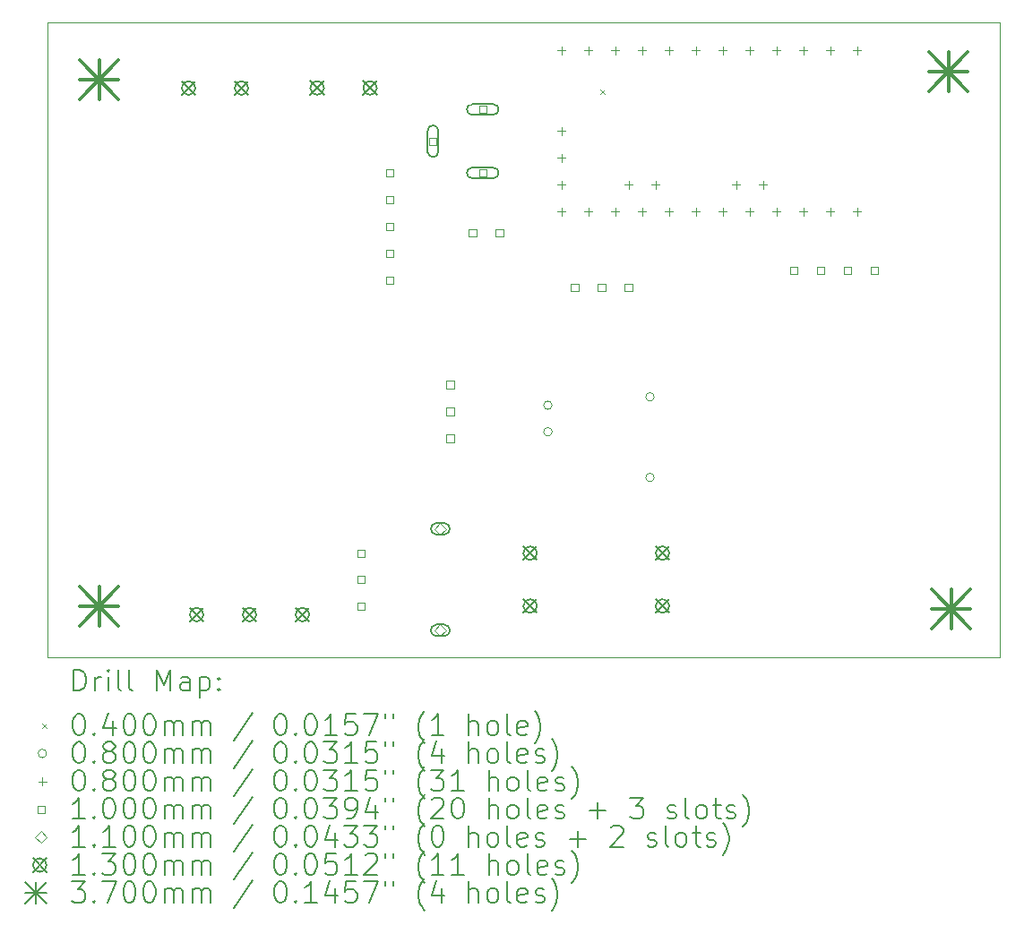
<source format=gbr>
%TF.GenerationSoftware,KiCad,Pcbnew,6.0.11-2627ca5db0~126~ubuntu20.04.1*%
%TF.CreationDate,2023-11-27T13:14:47+01:00*%
%TF.ProjectId,ironReflow,69726f6e-5265-4666-9c6f-772e6b696361,1.0*%
%TF.SameCoordinates,Original*%
%TF.FileFunction,Drillmap*%
%TF.FilePolarity,Positive*%
%FSLAX45Y45*%
G04 Gerber Fmt 4.5, Leading zero omitted, Abs format (unit mm)*
G04 Created by KiCad (PCBNEW 6.0.11-2627ca5db0~126~ubuntu20.04.1) date 2023-11-27 13:14:47*
%MOMM*%
%LPD*%
G01*
G04 APERTURE LIST*
%ADD10C,0.100000*%
%ADD11C,0.200000*%
%ADD12C,0.040000*%
%ADD13C,0.080000*%
%ADD14C,0.080010*%
%ADD15C,0.110000*%
%ADD16C,0.130000*%
%ADD17C,0.370000*%
G04 APERTURE END LIST*
D10*
X10000000Y-10000000D02*
X19000000Y-10000000D01*
X19000000Y-10000000D02*
X19000000Y-16000000D01*
X19000000Y-16000000D02*
X10000000Y-16000000D01*
X10000000Y-16000000D02*
X10000000Y-10000000D01*
D11*
D12*
X15226710Y-10632530D02*
X15266710Y-10672530D01*
X15266710Y-10632530D02*
X15226710Y-10672530D01*
D13*
X14772000Y-13616400D02*
G75*
G03*
X14772000Y-13616400I-40000J0D01*
G01*
X14772000Y-13866400D02*
G75*
G03*
X14772000Y-13866400I-40000J0D01*
G01*
X15737200Y-13538200D02*
G75*
G03*
X15737200Y-13538200I-40000J0D01*
G01*
X15737200Y-14300200D02*
G75*
G03*
X15737200Y-14300200I-40000J0D01*
G01*
D14*
X14859000Y-10221595D02*
X14859000Y-10301605D01*
X14818995Y-10261600D02*
X14899005Y-10261600D01*
X14859000Y-10983595D02*
X14859000Y-11063605D01*
X14818995Y-11023600D02*
X14899005Y-11023600D01*
X14859000Y-11237595D02*
X14859000Y-11317605D01*
X14818995Y-11277600D02*
X14899005Y-11277600D01*
X14859000Y-11491595D02*
X14859000Y-11571605D01*
X14818995Y-11531600D02*
X14899005Y-11531600D01*
X14859000Y-11745595D02*
X14859000Y-11825605D01*
X14818995Y-11785600D02*
X14899005Y-11785600D01*
X15113000Y-10221595D02*
X15113000Y-10301605D01*
X15072995Y-10261600D02*
X15153005Y-10261600D01*
X15113000Y-11745595D02*
X15113000Y-11825605D01*
X15072995Y-11785600D02*
X15153005Y-11785600D01*
X15367000Y-10221595D02*
X15367000Y-10301605D01*
X15326995Y-10261600D02*
X15407005Y-10261600D01*
X15367000Y-11745595D02*
X15367000Y-11825605D01*
X15326995Y-11785600D02*
X15407005Y-11785600D01*
X15494000Y-11491595D02*
X15494000Y-11571605D01*
X15453995Y-11531600D02*
X15534005Y-11531600D01*
X15621000Y-10221595D02*
X15621000Y-10301605D01*
X15580995Y-10261600D02*
X15661005Y-10261600D01*
X15621000Y-11745595D02*
X15621000Y-11825605D01*
X15580995Y-11785600D02*
X15661005Y-11785600D01*
X15748000Y-11491595D02*
X15748000Y-11571605D01*
X15707995Y-11531600D02*
X15788005Y-11531600D01*
X15875000Y-10221595D02*
X15875000Y-10301605D01*
X15834995Y-10261600D02*
X15915005Y-10261600D01*
X15875000Y-11745595D02*
X15875000Y-11825605D01*
X15834995Y-11785600D02*
X15915005Y-11785600D01*
X16129000Y-10221595D02*
X16129000Y-10301605D01*
X16088995Y-10261600D02*
X16169005Y-10261600D01*
X16129000Y-11745595D02*
X16129000Y-11825605D01*
X16088995Y-11785600D02*
X16169005Y-11785600D01*
X16383000Y-10221595D02*
X16383000Y-10301605D01*
X16342995Y-10261600D02*
X16423005Y-10261600D01*
X16383000Y-11745595D02*
X16383000Y-11825605D01*
X16342995Y-11785600D02*
X16423005Y-11785600D01*
X16510000Y-11491595D02*
X16510000Y-11571605D01*
X16469995Y-11531600D02*
X16550005Y-11531600D01*
X16637000Y-10221595D02*
X16637000Y-10301605D01*
X16596995Y-10261600D02*
X16677005Y-10261600D01*
X16637000Y-11745595D02*
X16637000Y-11825605D01*
X16596995Y-11785600D02*
X16677005Y-11785600D01*
X16764000Y-11491595D02*
X16764000Y-11571605D01*
X16723995Y-11531600D02*
X16804005Y-11531600D01*
X16891000Y-10221595D02*
X16891000Y-10301605D01*
X16850995Y-10261600D02*
X16931005Y-10261600D01*
X16891000Y-11745595D02*
X16891000Y-11825605D01*
X16850995Y-11785600D02*
X16931005Y-11785600D01*
X17145000Y-10221595D02*
X17145000Y-10301605D01*
X17104995Y-10261600D02*
X17185005Y-10261600D01*
X17145000Y-11745595D02*
X17145000Y-11825605D01*
X17104995Y-11785600D02*
X17185005Y-11785600D01*
X17399000Y-10221595D02*
X17399000Y-10301605D01*
X17358995Y-10261600D02*
X17439005Y-10261600D01*
X17399000Y-11745595D02*
X17399000Y-11825605D01*
X17358995Y-11785600D02*
X17439005Y-11785600D01*
X17653000Y-10221595D02*
X17653000Y-10301605D01*
X17612995Y-10261600D02*
X17693005Y-10261600D01*
X17653000Y-11745595D02*
X17653000Y-11825605D01*
X17612995Y-11785600D02*
X17693005Y-11785600D01*
D10*
X13001056Y-15050756D02*
X13001056Y-14980044D01*
X12930344Y-14980044D01*
X12930344Y-15050756D01*
X13001056Y-15050756D01*
X13001056Y-15300756D02*
X13001056Y-15230044D01*
X12930344Y-15230044D01*
X12930344Y-15300756D01*
X13001056Y-15300756D01*
X13001056Y-15550756D02*
X13001056Y-15480044D01*
X12930344Y-15480044D01*
X12930344Y-15550756D01*
X13001056Y-15550756D01*
X13270756Y-11452256D02*
X13270756Y-11381544D01*
X13200044Y-11381544D01*
X13200044Y-11452256D01*
X13270756Y-11452256D01*
X13270756Y-11706256D02*
X13270756Y-11635544D01*
X13200044Y-11635544D01*
X13200044Y-11706256D01*
X13270756Y-11706256D01*
X13270756Y-11960256D02*
X13270756Y-11889544D01*
X13200044Y-11889544D01*
X13200044Y-11960256D01*
X13270756Y-11960256D01*
X13270756Y-12214256D02*
X13270756Y-12143544D01*
X13200044Y-12143544D01*
X13200044Y-12214256D01*
X13270756Y-12214256D01*
X13270756Y-12468256D02*
X13270756Y-12397544D01*
X13200044Y-12397544D01*
X13200044Y-12468256D01*
X13270756Y-12468256D01*
X13681906Y-11155756D02*
X13681906Y-11085044D01*
X13611194Y-11085044D01*
X13611194Y-11155756D01*
X13681906Y-11155756D01*
D11*
X13596550Y-11020400D02*
X13596550Y-11220400D01*
X13696550Y-11020400D02*
X13696550Y-11220400D01*
X13596550Y-11220400D02*
G75*
G03*
X13696550Y-11220400I50000J0D01*
G01*
X13696550Y-11020400D02*
G75*
G03*
X13596550Y-11020400I-50000J0D01*
G01*
D10*
X13845556Y-13457556D02*
X13845556Y-13386844D01*
X13774844Y-13386844D01*
X13774844Y-13457556D01*
X13845556Y-13457556D01*
X13845556Y-13711556D02*
X13845556Y-13640844D01*
X13774844Y-13640844D01*
X13774844Y-13711556D01*
X13845556Y-13711556D01*
X13845556Y-13965556D02*
X13845556Y-13894844D01*
X13774844Y-13894844D01*
X13774844Y-13965556D01*
X13845556Y-13965556D01*
X14056656Y-12024156D02*
X14056656Y-11953444D01*
X13985944Y-11953444D01*
X13985944Y-12024156D01*
X14056656Y-12024156D01*
X14151906Y-10855756D02*
X14151906Y-10785044D01*
X14081194Y-10785044D01*
X14081194Y-10855756D01*
X14151906Y-10855756D01*
D11*
X14216550Y-10770400D02*
X14016550Y-10770400D01*
X14216550Y-10870400D02*
X14016550Y-10870400D01*
X14016550Y-10770400D02*
G75*
G03*
X14016550Y-10870400I0J-50000D01*
G01*
X14216550Y-10870400D02*
G75*
G03*
X14216550Y-10770400I0J50000D01*
G01*
D10*
X14151906Y-11455756D02*
X14151906Y-11385044D01*
X14081194Y-11385044D01*
X14081194Y-11455756D01*
X14151906Y-11455756D01*
D11*
X14216550Y-11370400D02*
X14016550Y-11370400D01*
X14216550Y-11470400D02*
X14016550Y-11470400D01*
X14016550Y-11370400D02*
G75*
G03*
X14016550Y-11470400I0J-50000D01*
G01*
X14216550Y-11470400D02*
G75*
G03*
X14216550Y-11370400I0J50000D01*
G01*
D10*
X14310656Y-12024156D02*
X14310656Y-11953444D01*
X14239944Y-11953444D01*
X14239944Y-12024156D01*
X14310656Y-12024156D01*
X15022356Y-12540356D02*
X15022356Y-12469644D01*
X14951644Y-12469644D01*
X14951644Y-12540356D01*
X15022356Y-12540356D01*
X15276356Y-12540356D02*
X15276356Y-12469644D01*
X15205644Y-12469644D01*
X15205644Y-12540356D01*
X15276356Y-12540356D01*
X15530356Y-12540356D02*
X15530356Y-12469644D01*
X15459644Y-12469644D01*
X15459644Y-12540356D01*
X15530356Y-12540356D01*
X17093156Y-12378556D02*
X17093156Y-12307844D01*
X17022444Y-12307844D01*
X17022444Y-12378556D01*
X17093156Y-12378556D01*
X17347156Y-12378556D02*
X17347156Y-12307844D01*
X17276444Y-12307844D01*
X17276444Y-12378556D01*
X17347156Y-12378556D01*
X17601156Y-12378556D02*
X17601156Y-12307844D01*
X17530444Y-12307844D01*
X17530444Y-12378556D01*
X17601156Y-12378556D01*
X17855156Y-12378556D02*
X17855156Y-12307844D01*
X17784444Y-12307844D01*
X17784444Y-12378556D01*
X17855156Y-12378556D01*
D15*
X13715700Y-14840400D02*
X13770700Y-14785400D01*
X13715700Y-14730400D01*
X13660700Y-14785400D01*
X13715700Y-14840400D01*
D11*
X13680700Y-14840400D02*
X13750700Y-14840400D01*
X13680700Y-14730400D02*
X13750700Y-14730400D01*
X13750700Y-14840400D02*
G75*
G03*
X13750700Y-14730400I0J55000D01*
G01*
X13680700Y-14730400D02*
G75*
G03*
X13680700Y-14840400I0J-55000D01*
G01*
D15*
X13715700Y-15800400D02*
X13770700Y-15745400D01*
X13715700Y-15690400D01*
X13660700Y-15745400D01*
X13715700Y-15800400D01*
D11*
X13680700Y-15800400D02*
X13750700Y-15800400D01*
X13680700Y-15690400D02*
X13750700Y-15690400D01*
X13750700Y-15800400D02*
G75*
G03*
X13750700Y-15690400I0J55000D01*
G01*
X13680700Y-15690400D02*
G75*
G03*
X13680700Y-15800400I0J-55000D01*
G01*
D16*
X11271400Y-10552200D02*
X11401400Y-10682200D01*
X11401400Y-10552200D02*
X11271400Y-10682200D01*
X11401400Y-10617200D02*
G75*
G03*
X11401400Y-10617200I-65000J0D01*
G01*
X11347600Y-15530600D02*
X11477600Y-15660600D01*
X11477600Y-15530600D02*
X11347600Y-15660600D01*
X11477600Y-15595600D02*
G75*
G03*
X11477600Y-15595600I-65000J0D01*
G01*
X11771400Y-10552200D02*
X11901400Y-10682200D01*
X11901400Y-10552200D02*
X11771400Y-10682200D01*
X11901400Y-10617200D02*
G75*
G03*
X11901400Y-10617200I-65000J0D01*
G01*
X11847600Y-15530600D02*
X11977600Y-15660600D01*
X11977600Y-15530600D02*
X11847600Y-15660600D01*
X11977600Y-15595600D02*
G75*
G03*
X11977600Y-15595600I-65000J0D01*
G01*
X12347600Y-15530600D02*
X12477600Y-15660600D01*
X12477600Y-15530600D02*
X12347600Y-15660600D01*
X12477600Y-15595600D02*
G75*
G03*
X12477600Y-15595600I-65000J0D01*
G01*
X12486600Y-10551400D02*
X12616600Y-10681400D01*
X12616600Y-10551400D02*
X12486600Y-10681400D01*
X12616600Y-10616400D02*
G75*
G03*
X12616600Y-10616400I-65000J0D01*
G01*
X12986600Y-10551400D02*
X13116600Y-10681400D01*
X13116600Y-10551400D02*
X12986600Y-10681400D01*
X13116600Y-10616400D02*
G75*
G03*
X13116600Y-10616400I-65000J0D01*
G01*
X14500200Y-14950400D02*
X14630200Y-15080400D01*
X14630200Y-14950400D02*
X14500200Y-15080400D01*
X14630200Y-15015400D02*
G75*
G03*
X14630200Y-15015400I-65000J0D01*
G01*
X14500200Y-15450400D02*
X14630200Y-15580400D01*
X14630200Y-15450400D02*
X14500200Y-15580400D01*
X14630200Y-15515400D02*
G75*
G03*
X14630200Y-15515400I-65000J0D01*
G01*
X15750200Y-14950400D02*
X15880200Y-15080400D01*
X15880200Y-14950400D02*
X15750200Y-15080400D01*
X15880200Y-15015400D02*
G75*
G03*
X15880200Y-15015400I-65000J0D01*
G01*
X15750200Y-15450400D02*
X15880200Y-15580400D01*
X15880200Y-15450400D02*
X15750200Y-15580400D01*
X15880200Y-15515400D02*
G75*
G03*
X15880200Y-15515400I-65000J0D01*
G01*
D17*
X10305200Y-10356000D02*
X10675200Y-10726000D01*
X10675200Y-10356000D02*
X10305200Y-10726000D01*
X10490200Y-10356000D02*
X10490200Y-10726000D01*
X10305200Y-10541000D02*
X10675200Y-10541000D01*
X10305200Y-15334400D02*
X10675200Y-15704400D01*
X10675200Y-15334400D02*
X10305200Y-15704400D01*
X10490200Y-15334400D02*
X10490200Y-15704400D01*
X10305200Y-15519400D02*
X10675200Y-15519400D01*
X18331600Y-10279800D02*
X18701600Y-10649800D01*
X18701600Y-10279800D02*
X18331600Y-10649800D01*
X18516600Y-10279800D02*
X18516600Y-10649800D01*
X18331600Y-10464800D02*
X18701600Y-10464800D01*
X18357000Y-15359800D02*
X18727000Y-15729800D01*
X18727000Y-15359800D02*
X18357000Y-15729800D01*
X18542000Y-15359800D02*
X18542000Y-15729800D01*
X18357000Y-15544800D02*
X18727000Y-15544800D01*
D11*
X10252619Y-16315476D02*
X10252619Y-16115476D01*
X10300238Y-16115476D01*
X10328810Y-16125000D01*
X10347857Y-16144048D01*
X10357381Y-16163095D01*
X10366905Y-16201190D01*
X10366905Y-16229762D01*
X10357381Y-16267857D01*
X10347857Y-16286905D01*
X10328810Y-16305952D01*
X10300238Y-16315476D01*
X10252619Y-16315476D01*
X10452619Y-16315476D02*
X10452619Y-16182143D01*
X10452619Y-16220238D02*
X10462143Y-16201190D01*
X10471667Y-16191667D01*
X10490714Y-16182143D01*
X10509762Y-16182143D01*
X10576429Y-16315476D02*
X10576429Y-16182143D01*
X10576429Y-16115476D02*
X10566905Y-16125000D01*
X10576429Y-16134524D01*
X10585952Y-16125000D01*
X10576429Y-16115476D01*
X10576429Y-16134524D01*
X10700238Y-16315476D02*
X10681190Y-16305952D01*
X10671667Y-16286905D01*
X10671667Y-16115476D01*
X10805000Y-16315476D02*
X10785952Y-16305952D01*
X10776429Y-16286905D01*
X10776429Y-16115476D01*
X11033571Y-16315476D02*
X11033571Y-16115476D01*
X11100238Y-16258333D01*
X11166905Y-16115476D01*
X11166905Y-16315476D01*
X11347857Y-16315476D02*
X11347857Y-16210714D01*
X11338333Y-16191667D01*
X11319286Y-16182143D01*
X11281190Y-16182143D01*
X11262143Y-16191667D01*
X11347857Y-16305952D02*
X11328809Y-16315476D01*
X11281190Y-16315476D01*
X11262143Y-16305952D01*
X11252619Y-16286905D01*
X11252619Y-16267857D01*
X11262143Y-16248809D01*
X11281190Y-16239286D01*
X11328809Y-16239286D01*
X11347857Y-16229762D01*
X11443095Y-16182143D02*
X11443095Y-16382143D01*
X11443095Y-16191667D02*
X11462143Y-16182143D01*
X11500238Y-16182143D01*
X11519286Y-16191667D01*
X11528809Y-16201190D01*
X11538333Y-16220238D01*
X11538333Y-16277381D01*
X11528809Y-16296428D01*
X11519286Y-16305952D01*
X11500238Y-16315476D01*
X11462143Y-16315476D01*
X11443095Y-16305952D01*
X11624048Y-16296428D02*
X11633571Y-16305952D01*
X11624048Y-16315476D01*
X11614524Y-16305952D01*
X11624048Y-16296428D01*
X11624048Y-16315476D01*
X11624048Y-16191667D02*
X11633571Y-16201190D01*
X11624048Y-16210714D01*
X11614524Y-16201190D01*
X11624048Y-16191667D01*
X11624048Y-16210714D01*
D12*
X9955000Y-16625000D02*
X9995000Y-16665000D01*
X9995000Y-16625000D02*
X9955000Y-16665000D01*
D11*
X10290714Y-16535476D02*
X10309762Y-16535476D01*
X10328810Y-16545000D01*
X10338333Y-16554524D01*
X10347857Y-16573571D01*
X10357381Y-16611667D01*
X10357381Y-16659286D01*
X10347857Y-16697381D01*
X10338333Y-16716428D01*
X10328810Y-16725952D01*
X10309762Y-16735476D01*
X10290714Y-16735476D01*
X10271667Y-16725952D01*
X10262143Y-16716428D01*
X10252619Y-16697381D01*
X10243095Y-16659286D01*
X10243095Y-16611667D01*
X10252619Y-16573571D01*
X10262143Y-16554524D01*
X10271667Y-16545000D01*
X10290714Y-16535476D01*
X10443095Y-16716428D02*
X10452619Y-16725952D01*
X10443095Y-16735476D01*
X10433571Y-16725952D01*
X10443095Y-16716428D01*
X10443095Y-16735476D01*
X10624048Y-16602143D02*
X10624048Y-16735476D01*
X10576429Y-16525952D02*
X10528810Y-16668809D01*
X10652619Y-16668809D01*
X10766905Y-16535476D02*
X10785952Y-16535476D01*
X10805000Y-16545000D01*
X10814524Y-16554524D01*
X10824048Y-16573571D01*
X10833571Y-16611667D01*
X10833571Y-16659286D01*
X10824048Y-16697381D01*
X10814524Y-16716428D01*
X10805000Y-16725952D01*
X10785952Y-16735476D01*
X10766905Y-16735476D01*
X10747857Y-16725952D01*
X10738333Y-16716428D01*
X10728810Y-16697381D01*
X10719286Y-16659286D01*
X10719286Y-16611667D01*
X10728810Y-16573571D01*
X10738333Y-16554524D01*
X10747857Y-16545000D01*
X10766905Y-16535476D01*
X10957381Y-16535476D02*
X10976429Y-16535476D01*
X10995476Y-16545000D01*
X11005000Y-16554524D01*
X11014524Y-16573571D01*
X11024048Y-16611667D01*
X11024048Y-16659286D01*
X11014524Y-16697381D01*
X11005000Y-16716428D01*
X10995476Y-16725952D01*
X10976429Y-16735476D01*
X10957381Y-16735476D01*
X10938333Y-16725952D01*
X10928810Y-16716428D01*
X10919286Y-16697381D01*
X10909762Y-16659286D01*
X10909762Y-16611667D01*
X10919286Y-16573571D01*
X10928810Y-16554524D01*
X10938333Y-16545000D01*
X10957381Y-16535476D01*
X11109762Y-16735476D02*
X11109762Y-16602143D01*
X11109762Y-16621190D02*
X11119286Y-16611667D01*
X11138333Y-16602143D01*
X11166905Y-16602143D01*
X11185952Y-16611667D01*
X11195476Y-16630714D01*
X11195476Y-16735476D01*
X11195476Y-16630714D02*
X11205000Y-16611667D01*
X11224048Y-16602143D01*
X11252619Y-16602143D01*
X11271667Y-16611667D01*
X11281190Y-16630714D01*
X11281190Y-16735476D01*
X11376428Y-16735476D02*
X11376428Y-16602143D01*
X11376428Y-16621190D02*
X11385952Y-16611667D01*
X11405000Y-16602143D01*
X11433571Y-16602143D01*
X11452619Y-16611667D01*
X11462143Y-16630714D01*
X11462143Y-16735476D01*
X11462143Y-16630714D02*
X11471667Y-16611667D01*
X11490714Y-16602143D01*
X11519286Y-16602143D01*
X11538333Y-16611667D01*
X11547857Y-16630714D01*
X11547857Y-16735476D01*
X11938333Y-16525952D02*
X11766905Y-16783095D01*
X12195476Y-16535476D02*
X12214524Y-16535476D01*
X12233571Y-16545000D01*
X12243095Y-16554524D01*
X12252619Y-16573571D01*
X12262143Y-16611667D01*
X12262143Y-16659286D01*
X12252619Y-16697381D01*
X12243095Y-16716428D01*
X12233571Y-16725952D01*
X12214524Y-16735476D01*
X12195476Y-16735476D01*
X12176428Y-16725952D01*
X12166905Y-16716428D01*
X12157381Y-16697381D01*
X12147857Y-16659286D01*
X12147857Y-16611667D01*
X12157381Y-16573571D01*
X12166905Y-16554524D01*
X12176428Y-16545000D01*
X12195476Y-16535476D01*
X12347857Y-16716428D02*
X12357381Y-16725952D01*
X12347857Y-16735476D01*
X12338333Y-16725952D01*
X12347857Y-16716428D01*
X12347857Y-16735476D01*
X12481190Y-16535476D02*
X12500238Y-16535476D01*
X12519286Y-16545000D01*
X12528809Y-16554524D01*
X12538333Y-16573571D01*
X12547857Y-16611667D01*
X12547857Y-16659286D01*
X12538333Y-16697381D01*
X12528809Y-16716428D01*
X12519286Y-16725952D01*
X12500238Y-16735476D01*
X12481190Y-16735476D01*
X12462143Y-16725952D01*
X12452619Y-16716428D01*
X12443095Y-16697381D01*
X12433571Y-16659286D01*
X12433571Y-16611667D01*
X12443095Y-16573571D01*
X12452619Y-16554524D01*
X12462143Y-16545000D01*
X12481190Y-16535476D01*
X12738333Y-16735476D02*
X12624048Y-16735476D01*
X12681190Y-16735476D02*
X12681190Y-16535476D01*
X12662143Y-16564048D01*
X12643095Y-16583095D01*
X12624048Y-16592619D01*
X12919286Y-16535476D02*
X12824048Y-16535476D01*
X12814524Y-16630714D01*
X12824048Y-16621190D01*
X12843095Y-16611667D01*
X12890714Y-16611667D01*
X12909762Y-16621190D01*
X12919286Y-16630714D01*
X12928809Y-16649762D01*
X12928809Y-16697381D01*
X12919286Y-16716428D01*
X12909762Y-16725952D01*
X12890714Y-16735476D01*
X12843095Y-16735476D01*
X12824048Y-16725952D01*
X12814524Y-16716428D01*
X12995476Y-16535476D02*
X13128809Y-16535476D01*
X13043095Y-16735476D01*
X13195476Y-16535476D02*
X13195476Y-16573571D01*
X13271667Y-16535476D02*
X13271667Y-16573571D01*
X13566905Y-16811667D02*
X13557381Y-16802143D01*
X13538333Y-16773571D01*
X13528809Y-16754524D01*
X13519286Y-16725952D01*
X13509762Y-16678333D01*
X13509762Y-16640238D01*
X13519286Y-16592619D01*
X13528809Y-16564048D01*
X13538333Y-16545000D01*
X13557381Y-16516428D01*
X13566905Y-16506905D01*
X13747857Y-16735476D02*
X13633571Y-16735476D01*
X13690714Y-16735476D02*
X13690714Y-16535476D01*
X13671667Y-16564048D01*
X13652619Y-16583095D01*
X13633571Y-16592619D01*
X13985952Y-16735476D02*
X13985952Y-16535476D01*
X14071667Y-16735476D02*
X14071667Y-16630714D01*
X14062143Y-16611667D01*
X14043095Y-16602143D01*
X14014524Y-16602143D01*
X13995476Y-16611667D01*
X13985952Y-16621190D01*
X14195476Y-16735476D02*
X14176428Y-16725952D01*
X14166905Y-16716428D01*
X14157381Y-16697381D01*
X14157381Y-16640238D01*
X14166905Y-16621190D01*
X14176428Y-16611667D01*
X14195476Y-16602143D01*
X14224048Y-16602143D01*
X14243095Y-16611667D01*
X14252619Y-16621190D01*
X14262143Y-16640238D01*
X14262143Y-16697381D01*
X14252619Y-16716428D01*
X14243095Y-16725952D01*
X14224048Y-16735476D01*
X14195476Y-16735476D01*
X14376428Y-16735476D02*
X14357381Y-16725952D01*
X14347857Y-16706905D01*
X14347857Y-16535476D01*
X14528809Y-16725952D02*
X14509762Y-16735476D01*
X14471667Y-16735476D01*
X14452619Y-16725952D01*
X14443095Y-16706905D01*
X14443095Y-16630714D01*
X14452619Y-16611667D01*
X14471667Y-16602143D01*
X14509762Y-16602143D01*
X14528809Y-16611667D01*
X14538333Y-16630714D01*
X14538333Y-16649762D01*
X14443095Y-16668809D01*
X14605000Y-16811667D02*
X14614524Y-16802143D01*
X14633571Y-16773571D01*
X14643095Y-16754524D01*
X14652619Y-16725952D01*
X14662143Y-16678333D01*
X14662143Y-16640238D01*
X14652619Y-16592619D01*
X14643095Y-16564048D01*
X14633571Y-16545000D01*
X14614524Y-16516428D01*
X14605000Y-16506905D01*
D13*
X9995000Y-16909000D02*
G75*
G03*
X9995000Y-16909000I-40000J0D01*
G01*
D11*
X10290714Y-16799476D02*
X10309762Y-16799476D01*
X10328810Y-16809000D01*
X10338333Y-16818524D01*
X10347857Y-16837571D01*
X10357381Y-16875667D01*
X10357381Y-16923286D01*
X10347857Y-16961381D01*
X10338333Y-16980429D01*
X10328810Y-16989952D01*
X10309762Y-16999476D01*
X10290714Y-16999476D01*
X10271667Y-16989952D01*
X10262143Y-16980429D01*
X10252619Y-16961381D01*
X10243095Y-16923286D01*
X10243095Y-16875667D01*
X10252619Y-16837571D01*
X10262143Y-16818524D01*
X10271667Y-16809000D01*
X10290714Y-16799476D01*
X10443095Y-16980429D02*
X10452619Y-16989952D01*
X10443095Y-16999476D01*
X10433571Y-16989952D01*
X10443095Y-16980429D01*
X10443095Y-16999476D01*
X10566905Y-16885190D02*
X10547857Y-16875667D01*
X10538333Y-16866143D01*
X10528810Y-16847095D01*
X10528810Y-16837571D01*
X10538333Y-16818524D01*
X10547857Y-16809000D01*
X10566905Y-16799476D01*
X10605000Y-16799476D01*
X10624048Y-16809000D01*
X10633571Y-16818524D01*
X10643095Y-16837571D01*
X10643095Y-16847095D01*
X10633571Y-16866143D01*
X10624048Y-16875667D01*
X10605000Y-16885190D01*
X10566905Y-16885190D01*
X10547857Y-16894714D01*
X10538333Y-16904238D01*
X10528810Y-16923286D01*
X10528810Y-16961381D01*
X10538333Y-16980429D01*
X10547857Y-16989952D01*
X10566905Y-16999476D01*
X10605000Y-16999476D01*
X10624048Y-16989952D01*
X10633571Y-16980429D01*
X10643095Y-16961381D01*
X10643095Y-16923286D01*
X10633571Y-16904238D01*
X10624048Y-16894714D01*
X10605000Y-16885190D01*
X10766905Y-16799476D02*
X10785952Y-16799476D01*
X10805000Y-16809000D01*
X10814524Y-16818524D01*
X10824048Y-16837571D01*
X10833571Y-16875667D01*
X10833571Y-16923286D01*
X10824048Y-16961381D01*
X10814524Y-16980429D01*
X10805000Y-16989952D01*
X10785952Y-16999476D01*
X10766905Y-16999476D01*
X10747857Y-16989952D01*
X10738333Y-16980429D01*
X10728810Y-16961381D01*
X10719286Y-16923286D01*
X10719286Y-16875667D01*
X10728810Y-16837571D01*
X10738333Y-16818524D01*
X10747857Y-16809000D01*
X10766905Y-16799476D01*
X10957381Y-16799476D02*
X10976429Y-16799476D01*
X10995476Y-16809000D01*
X11005000Y-16818524D01*
X11014524Y-16837571D01*
X11024048Y-16875667D01*
X11024048Y-16923286D01*
X11014524Y-16961381D01*
X11005000Y-16980429D01*
X10995476Y-16989952D01*
X10976429Y-16999476D01*
X10957381Y-16999476D01*
X10938333Y-16989952D01*
X10928810Y-16980429D01*
X10919286Y-16961381D01*
X10909762Y-16923286D01*
X10909762Y-16875667D01*
X10919286Y-16837571D01*
X10928810Y-16818524D01*
X10938333Y-16809000D01*
X10957381Y-16799476D01*
X11109762Y-16999476D02*
X11109762Y-16866143D01*
X11109762Y-16885190D02*
X11119286Y-16875667D01*
X11138333Y-16866143D01*
X11166905Y-16866143D01*
X11185952Y-16875667D01*
X11195476Y-16894714D01*
X11195476Y-16999476D01*
X11195476Y-16894714D02*
X11205000Y-16875667D01*
X11224048Y-16866143D01*
X11252619Y-16866143D01*
X11271667Y-16875667D01*
X11281190Y-16894714D01*
X11281190Y-16999476D01*
X11376428Y-16999476D02*
X11376428Y-16866143D01*
X11376428Y-16885190D02*
X11385952Y-16875667D01*
X11405000Y-16866143D01*
X11433571Y-16866143D01*
X11452619Y-16875667D01*
X11462143Y-16894714D01*
X11462143Y-16999476D01*
X11462143Y-16894714D02*
X11471667Y-16875667D01*
X11490714Y-16866143D01*
X11519286Y-16866143D01*
X11538333Y-16875667D01*
X11547857Y-16894714D01*
X11547857Y-16999476D01*
X11938333Y-16789952D02*
X11766905Y-17047095D01*
X12195476Y-16799476D02*
X12214524Y-16799476D01*
X12233571Y-16809000D01*
X12243095Y-16818524D01*
X12252619Y-16837571D01*
X12262143Y-16875667D01*
X12262143Y-16923286D01*
X12252619Y-16961381D01*
X12243095Y-16980429D01*
X12233571Y-16989952D01*
X12214524Y-16999476D01*
X12195476Y-16999476D01*
X12176428Y-16989952D01*
X12166905Y-16980429D01*
X12157381Y-16961381D01*
X12147857Y-16923286D01*
X12147857Y-16875667D01*
X12157381Y-16837571D01*
X12166905Y-16818524D01*
X12176428Y-16809000D01*
X12195476Y-16799476D01*
X12347857Y-16980429D02*
X12357381Y-16989952D01*
X12347857Y-16999476D01*
X12338333Y-16989952D01*
X12347857Y-16980429D01*
X12347857Y-16999476D01*
X12481190Y-16799476D02*
X12500238Y-16799476D01*
X12519286Y-16809000D01*
X12528809Y-16818524D01*
X12538333Y-16837571D01*
X12547857Y-16875667D01*
X12547857Y-16923286D01*
X12538333Y-16961381D01*
X12528809Y-16980429D01*
X12519286Y-16989952D01*
X12500238Y-16999476D01*
X12481190Y-16999476D01*
X12462143Y-16989952D01*
X12452619Y-16980429D01*
X12443095Y-16961381D01*
X12433571Y-16923286D01*
X12433571Y-16875667D01*
X12443095Y-16837571D01*
X12452619Y-16818524D01*
X12462143Y-16809000D01*
X12481190Y-16799476D01*
X12614524Y-16799476D02*
X12738333Y-16799476D01*
X12671667Y-16875667D01*
X12700238Y-16875667D01*
X12719286Y-16885190D01*
X12728809Y-16894714D01*
X12738333Y-16913762D01*
X12738333Y-16961381D01*
X12728809Y-16980429D01*
X12719286Y-16989952D01*
X12700238Y-16999476D01*
X12643095Y-16999476D01*
X12624048Y-16989952D01*
X12614524Y-16980429D01*
X12928809Y-16999476D02*
X12814524Y-16999476D01*
X12871667Y-16999476D02*
X12871667Y-16799476D01*
X12852619Y-16828048D01*
X12833571Y-16847095D01*
X12814524Y-16856619D01*
X13109762Y-16799476D02*
X13014524Y-16799476D01*
X13005000Y-16894714D01*
X13014524Y-16885190D01*
X13033571Y-16875667D01*
X13081190Y-16875667D01*
X13100238Y-16885190D01*
X13109762Y-16894714D01*
X13119286Y-16913762D01*
X13119286Y-16961381D01*
X13109762Y-16980429D01*
X13100238Y-16989952D01*
X13081190Y-16999476D01*
X13033571Y-16999476D01*
X13014524Y-16989952D01*
X13005000Y-16980429D01*
X13195476Y-16799476D02*
X13195476Y-16837571D01*
X13271667Y-16799476D02*
X13271667Y-16837571D01*
X13566905Y-17075667D02*
X13557381Y-17066143D01*
X13538333Y-17037571D01*
X13528809Y-17018524D01*
X13519286Y-16989952D01*
X13509762Y-16942333D01*
X13509762Y-16904238D01*
X13519286Y-16856619D01*
X13528809Y-16828048D01*
X13538333Y-16809000D01*
X13557381Y-16780429D01*
X13566905Y-16770905D01*
X13728809Y-16866143D02*
X13728809Y-16999476D01*
X13681190Y-16789952D02*
X13633571Y-16932810D01*
X13757381Y-16932810D01*
X13985952Y-16999476D02*
X13985952Y-16799476D01*
X14071667Y-16999476D02*
X14071667Y-16894714D01*
X14062143Y-16875667D01*
X14043095Y-16866143D01*
X14014524Y-16866143D01*
X13995476Y-16875667D01*
X13985952Y-16885190D01*
X14195476Y-16999476D02*
X14176428Y-16989952D01*
X14166905Y-16980429D01*
X14157381Y-16961381D01*
X14157381Y-16904238D01*
X14166905Y-16885190D01*
X14176428Y-16875667D01*
X14195476Y-16866143D01*
X14224048Y-16866143D01*
X14243095Y-16875667D01*
X14252619Y-16885190D01*
X14262143Y-16904238D01*
X14262143Y-16961381D01*
X14252619Y-16980429D01*
X14243095Y-16989952D01*
X14224048Y-16999476D01*
X14195476Y-16999476D01*
X14376428Y-16999476D02*
X14357381Y-16989952D01*
X14347857Y-16970905D01*
X14347857Y-16799476D01*
X14528809Y-16989952D02*
X14509762Y-16999476D01*
X14471667Y-16999476D01*
X14452619Y-16989952D01*
X14443095Y-16970905D01*
X14443095Y-16894714D01*
X14452619Y-16875667D01*
X14471667Y-16866143D01*
X14509762Y-16866143D01*
X14528809Y-16875667D01*
X14538333Y-16894714D01*
X14538333Y-16913762D01*
X14443095Y-16932810D01*
X14614524Y-16989952D02*
X14633571Y-16999476D01*
X14671667Y-16999476D01*
X14690714Y-16989952D01*
X14700238Y-16970905D01*
X14700238Y-16961381D01*
X14690714Y-16942333D01*
X14671667Y-16932810D01*
X14643095Y-16932810D01*
X14624048Y-16923286D01*
X14614524Y-16904238D01*
X14614524Y-16894714D01*
X14624048Y-16875667D01*
X14643095Y-16866143D01*
X14671667Y-16866143D01*
X14690714Y-16875667D01*
X14766905Y-17075667D02*
X14776428Y-17066143D01*
X14795476Y-17037571D01*
X14805000Y-17018524D01*
X14814524Y-16989952D01*
X14824048Y-16942333D01*
X14824048Y-16904238D01*
X14814524Y-16856619D01*
X14805000Y-16828048D01*
X14795476Y-16809000D01*
X14776428Y-16780429D01*
X14766905Y-16770905D01*
D14*
X9954995Y-17132995D02*
X9954995Y-17213005D01*
X9914990Y-17173000D02*
X9995000Y-17173000D01*
D11*
X10290714Y-17063476D02*
X10309762Y-17063476D01*
X10328810Y-17073000D01*
X10338333Y-17082524D01*
X10347857Y-17101571D01*
X10357381Y-17139667D01*
X10357381Y-17187286D01*
X10347857Y-17225381D01*
X10338333Y-17244429D01*
X10328810Y-17253952D01*
X10309762Y-17263476D01*
X10290714Y-17263476D01*
X10271667Y-17253952D01*
X10262143Y-17244429D01*
X10252619Y-17225381D01*
X10243095Y-17187286D01*
X10243095Y-17139667D01*
X10252619Y-17101571D01*
X10262143Y-17082524D01*
X10271667Y-17073000D01*
X10290714Y-17063476D01*
X10443095Y-17244429D02*
X10452619Y-17253952D01*
X10443095Y-17263476D01*
X10433571Y-17253952D01*
X10443095Y-17244429D01*
X10443095Y-17263476D01*
X10566905Y-17149190D02*
X10547857Y-17139667D01*
X10538333Y-17130143D01*
X10528810Y-17111095D01*
X10528810Y-17101571D01*
X10538333Y-17082524D01*
X10547857Y-17073000D01*
X10566905Y-17063476D01*
X10605000Y-17063476D01*
X10624048Y-17073000D01*
X10633571Y-17082524D01*
X10643095Y-17101571D01*
X10643095Y-17111095D01*
X10633571Y-17130143D01*
X10624048Y-17139667D01*
X10605000Y-17149190D01*
X10566905Y-17149190D01*
X10547857Y-17158714D01*
X10538333Y-17168238D01*
X10528810Y-17187286D01*
X10528810Y-17225381D01*
X10538333Y-17244429D01*
X10547857Y-17253952D01*
X10566905Y-17263476D01*
X10605000Y-17263476D01*
X10624048Y-17253952D01*
X10633571Y-17244429D01*
X10643095Y-17225381D01*
X10643095Y-17187286D01*
X10633571Y-17168238D01*
X10624048Y-17158714D01*
X10605000Y-17149190D01*
X10766905Y-17063476D02*
X10785952Y-17063476D01*
X10805000Y-17073000D01*
X10814524Y-17082524D01*
X10824048Y-17101571D01*
X10833571Y-17139667D01*
X10833571Y-17187286D01*
X10824048Y-17225381D01*
X10814524Y-17244429D01*
X10805000Y-17253952D01*
X10785952Y-17263476D01*
X10766905Y-17263476D01*
X10747857Y-17253952D01*
X10738333Y-17244429D01*
X10728810Y-17225381D01*
X10719286Y-17187286D01*
X10719286Y-17139667D01*
X10728810Y-17101571D01*
X10738333Y-17082524D01*
X10747857Y-17073000D01*
X10766905Y-17063476D01*
X10957381Y-17063476D02*
X10976429Y-17063476D01*
X10995476Y-17073000D01*
X11005000Y-17082524D01*
X11014524Y-17101571D01*
X11024048Y-17139667D01*
X11024048Y-17187286D01*
X11014524Y-17225381D01*
X11005000Y-17244429D01*
X10995476Y-17253952D01*
X10976429Y-17263476D01*
X10957381Y-17263476D01*
X10938333Y-17253952D01*
X10928810Y-17244429D01*
X10919286Y-17225381D01*
X10909762Y-17187286D01*
X10909762Y-17139667D01*
X10919286Y-17101571D01*
X10928810Y-17082524D01*
X10938333Y-17073000D01*
X10957381Y-17063476D01*
X11109762Y-17263476D02*
X11109762Y-17130143D01*
X11109762Y-17149190D02*
X11119286Y-17139667D01*
X11138333Y-17130143D01*
X11166905Y-17130143D01*
X11185952Y-17139667D01*
X11195476Y-17158714D01*
X11195476Y-17263476D01*
X11195476Y-17158714D02*
X11205000Y-17139667D01*
X11224048Y-17130143D01*
X11252619Y-17130143D01*
X11271667Y-17139667D01*
X11281190Y-17158714D01*
X11281190Y-17263476D01*
X11376428Y-17263476D02*
X11376428Y-17130143D01*
X11376428Y-17149190D02*
X11385952Y-17139667D01*
X11405000Y-17130143D01*
X11433571Y-17130143D01*
X11452619Y-17139667D01*
X11462143Y-17158714D01*
X11462143Y-17263476D01*
X11462143Y-17158714D02*
X11471667Y-17139667D01*
X11490714Y-17130143D01*
X11519286Y-17130143D01*
X11538333Y-17139667D01*
X11547857Y-17158714D01*
X11547857Y-17263476D01*
X11938333Y-17053952D02*
X11766905Y-17311095D01*
X12195476Y-17063476D02*
X12214524Y-17063476D01*
X12233571Y-17073000D01*
X12243095Y-17082524D01*
X12252619Y-17101571D01*
X12262143Y-17139667D01*
X12262143Y-17187286D01*
X12252619Y-17225381D01*
X12243095Y-17244429D01*
X12233571Y-17253952D01*
X12214524Y-17263476D01*
X12195476Y-17263476D01*
X12176428Y-17253952D01*
X12166905Y-17244429D01*
X12157381Y-17225381D01*
X12147857Y-17187286D01*
X12147857Y-17139667D01*
X12157381Y-17101571D01*
X12166905Y-17082524D01*
X12176428Y-17073000D01*
X12195476Y-17063476D01*
X12347857Y-17244429D02*
X12357381Y-17253952D01*
X12347857Y-17263476D01*
X12338333Y-17253952D01*
X12347857Y-17244429D01*
X12347857Y-17263476D01*
X12481190Y-17063476D02*
X12500238Y-17063476D01*
X12519286Y-17073000D01*
X12528809Y-17082524D01*
X12538333Y-17101571D01*
X12547857Y-17139667D01*
X12547857Y-17187286D01*
X12538333Y-17225381D01*
X12528809Y-17244429D01*
X12519286Y-17253952D01*
X12500238Y-17263476D01*
X12481190Y-17263476D01*
X12462143Y-17253952D01*
X12452619Y-17244429D01*
X12443095Y-17225381D01*
X12433571Y-17187286D01*
X12433571Y-17139667D01*
X12443095Y-17101571D01*
X12452619Y-17082524D01*
X12462143Y-17073000D01*
X12481190Y-17063476D01*
X12614524Y-17063476D02*
X12738333Y-17063476D01*
X12671667Y-17139667D01*
X12700238Y-17139667D01*
X12719286Y-17149190D01*
X12728809Y-17158714D01*
X12738333Y-17177762D01*
X12738333Y-17225381D01*
X12728809Y-17244429D01*
X12719286Y-17253952D01*
X12700238Y-17263476D01*
X12643095Y-17263476D01*
X12624048Y-17253952D01*
X12614524Y-17244429D01*
X12928809Y-17263476D02*
X12814524Y-17263476D01*
X12871667Y-17263476D02*
X12871667Y-17063476D01*
X12852619Y-17092048D01*
X12833571Y-17111095D01*
X12814524Y-17120619D01*
X13109762Y-17063476D02*
X13014524Y-17063476D01*
X13005000Y-17158714D01*
X13014524Y-17149190D01*
X13033571Y-17139667D01*
X13081190Y-17139667D01*
X13100238Y-17149190D01*
X13109762Y-17158714D01*
X13119286Y-17177762D01*
X13119286Y-17225381D01*
X13109762Y-17244429D01*
X13100238Y-17253952D01*
X13081190Y-17263476D01*
X13033571Y-17263476D01*
X13014524Y-17253952D01*
X13005000Y-17244429D01*
X13195476Y-17063476D02*
X13195476Y-17101571D01*
X13271667Y-17063476D02*
X13271667Y-17101571D01*
X13566905Y-17339667D02*
X13557381Y-17330143D01*
X13538333Y-17301571D01*
X13528809Y-17282524D01*
X13519286Y-17253952D01*
X13509762Y-17206333D01*
X13509762Y-17168238D01*
X13519286Y-17120619D01*
X13528809Y-17092048D01*
X13538333Y-17073000D01*
X13557381Y-17044429D01*
X13566905Y-17034905D01*
X13624048Y-17063476D02*
X13747857Y-17063476D01*
X13681190Y-17139667D01*
X13709762Y-17139667D01*
X13728809Y-17149190D01*
X13738333Y-17158714D01*
X13747857Y-17177762D01*
X13747857Y-17225381D01*
X13738333Y-17244429D01*
X13728809Y-17253952D01*
X13709762Y-17263476D01*
X13652619Y-17263476D01*
X13633571Y-17253952D01*
X13624048Y-17244429D01*
X13938333Y-17263476D02*
X13824048Y-17263476D01*
X13881190Y-17263476D02*
X13881190Y-17063476D01*
X13862143Y-17092048D01*
X13843095Y-17111095D01*
X13824048Y-17120619D01*
X14176428Y-17263476D02*
X14176428Y-17063476D01*
X14262143Y-17263476D02*
X14262143Y-17158714D01*
X14252619Y-17139667D01*
X14233571Y-17130143D01*
X14205000Y-17130143D01*
X14185952Y-17139667D01*
X14176428Y-17149190D01*
X14385952Y-17263476D02*
X14366905Y-17253952D01*
X14357381Y-17244429D01*
X14347857Y-17225381D01*
X14347857Y-17168238D01*
X14357381Y-17149190D01*
X14366905Y-17139667D01*
X14385952Y-17130143D01*
X14414524Y-17130143D01*
X14433571Y-17139667D01*
X14443095Y-17149190D01*
X14452619Y-17168238D01*
X14452619Y-17225381D01*
X14443095Y-17244429D01*
X14433571Y-17253952D01*
X14414524Y-17263476D01*
X14385952Y-17263476D01*
X14566905Y-17263476D02*
X14547857Y-17253952D01*
X14538333Y-17234905D01*
X14538333Y-17063476D01*
X14719286Y-17253952D02*
X14700238Y-17263476D01*
X14662143Y-17263476D01*
X14643095Y-17253952D01*
X14633571Y-17234905D01*
X14633571Y-17158714D01*
X14643095Y-17139667D01*
X14662143Y-17130143D01*
X14700238Y-17130143D01*
X14719286Y-17139667D01*
X14728809Y-17158714D01*
X14728809Y-17177762D01*
X14633571Y-17196810D01*
X14805000Y-17253952D02*
X14824048Y-17263476D01*
X14862143Y-17263476D01*
X14881190Y-17253952D01*
X14890714Y-17234905D01*
X14890714Y-17225381D01*
X14881190Y-17206333D01*
X14862143Y-17196810D01*
X14833571Y-17196810D01*
X14814524Y-17187286D01*
X14805000Y-17168238D01*
X14805000Y-17158714D01*
X14814524Y-17139667D01*
X14833571Y-17130143D01*
X14862143Y-17130143D01*
X14881190Y-17139667D01*
X14957381Y-17339667D02*
X14966905Y-17330143D01*
X14985952Y-17301571D01*
X14995476Y-17282524D01*
X15005000Y-17253952D01*
X15014524Y-17206333D01*
X15014524Y-17168238D01*
X15005000Y-17120619D01*
X14995476Y-17092048D01*
X14985952Y-17073000D01*
X14966905Y-17044429D01*
X14957381Y-17034905D01*
D10*
X9980356Y-17472356D02*
X9980356Y-17401644D01*
X9909644Y-17401644D01*
X9909644Y-17472356D01*
X9980356Y-17472356D01*
D11*
X10357381Y-17527476D02*
X10243095Y-17527476D01*
X10300238Y-17527476D02*
X10300238Y-17327476D01*
X10281190Y-17356048D01*
X10262143Y-17375095D01*
X10243095Y-17384619D01*
X10443095Y-17508429D02*
X10452619Y-17517952D01*
X10443095Y-17527476D01*
X10433571Y-17517952D01*
X10443095Y-17508429D01*
X10443095Y-17527476D01*
X10576429Y-17327476D02*
X10595476Y-17327476D01*
X10614524Y-17337000D01*
X10624048Y-17346524D01*
X10633571Y-17365571D01*
X10643095Y-17403667D01*
X10643095Y-17451286D01*
X10633571Y-17489381D01*
X10624048Y-17508429D01*
X10614524Y-17517952D01*
X10595476Y-17527476D01*
X10576429Y-17527476D01*
X10557381Y-17517952D01*
X10547857Y-17508429D01*
X10538333Y-17489381D01*
X10528810Y-17451286D01*
X10528810Y-17403667D01*
X10538333Y-17365571D01*
X10547857Y-17346524D01*
X10557381Y-17337000D01*
X10576429Y-17327476D01*
X10766905Y-17327476D02*
X10785952Y-17327476D01*
X10805000Y-17337000D01*
X10814524Y-17346524D01*
X10824048Y-17365571D01*
X10833571Y-17403667D01*
X10833571Y-17451286D01*
X10824048Y-17489381D01*
X10814524Y-17508429D01*
X10805000Y-17517952D01*
X10785952Y-17527476D01*
X10766905Y-17527476D01*
X10747857Y-17517952D01*
X10738333Y-17508429D01*
X10728810Y-17489381D01*
X10719286Y-17451286D01*
X10719286Y-17403667D01*
X10728810Y-17365571D01*
X10738333Y-17346524D01*
X10747857Y-17337000D01*
X10766905Y-17327476D01*
X10957381Y-17327476D02*
X10976429Y-17327476D01*
X10995476Y-17337000D01*
X11005000Y-17346524D01*
X11014524Y-17365571D01*
X11024048Y-17403667D01*
X11024048Y-17451286D01*
X11014524Y-17489381D01*
X11005000Y-17508429D01*
X10995476Y-17517952D01*
X10976429Y-17527476D01*
X10957381Y-17527476D01*
X10938333Y-17517952D01*
X10928810Y-17508429D01*
X10919286Y-17489381D01*
X10909762Y-17451286D01*
X10909762Y-17403667D01*
X10919286Y-17365571D01*
X10928810Y-17346524D01*
X10938333Y-17337000D01*
X10957381Y-17327476D01*
X11109762Y-17527476D02*
X11109762Y-17394143D01*
X11109762Y-17413190D02*
X11119286Y-17403667D01*
X11138333Y-17394143D01*
X11166905Y-17394143D01*
X11185952Y-17403667D01*
X11195476Y-17422714D01*
X11195476Y-17527476D01*
X11195476Y-17422714D02*
X11205000Y-17403667D01*
X11224048Y-17394143D01*
X11252619Y-17394143D01*
X11271667Y-17403667D01*
X11281190Y-17422714D01*
X11281190Y-17527476D01*
X11376428Y-17527476D02*
X11376428Y-17394143D01*
X11376428Y-17413190D02*
X11385952Y-17403667D01*
X11405000Y-17394143D01*
X11433571Y-17394143D01*
X11452619Y-17403667D01*
X11462143Y-17422714D01*
X11462143Y-17527476D01*
X11462143Y-17422714D02*
X11471667Y-17403667D01*
X11490714Y-17394143D01*
X11519286Y-17394143D01*
X11538333Y-17403667D01*
X11547857Y-17422714D01*
X11547857Y-17527476D01*
X11938333Y-17317952D02*
X11766905Y-17575095D01*
X12195476Y-17327476D02*
X12214524Y-17327476D01*
X12233571Y-17337000D01*
X12243095Y-17346524D01*
X12252619Y-17365571D01*
X12262143Y-17403667D01*
X12262143Y-17451286D01*
X12252619Y-17489381D01*
X12243095Y-17508429D01*
X12233571Y-17517952D01*
X12214524Y-17527476D01*
X12195476Y-17527476D01*
X12176428Y-17517952D01*
X12166905Y-17508429D01*
X12157381Y-17489381D01*
X12147857Y-17451286D01*
X12147857Y-17403667D01*
X12157381Y-17365571D01*
X12166905Y-17346524D01*
X12176428Y-17337000D01*
X12195476Y-17327476D01*
X12347857Y-17508429D02*
X12357381Y-17517952D01*
X12347857Y-17527476D01*
X12338333Y-17517952D01*
X12347857Y-17508429D01*
X12347857Y-17527476D01*
X12481190Y-17327476D02*
X12500238Y-17327476D01*
X12519286Y-17337000D01*
X12528809Y-17346524D01*
X12538333Y-17365571D01*
X12547857Y-17403667D01*
X12547857Y-17451286D01*
X12538333Y-17489381D01*
X12528809Y-17508429D01*
X12519286Y-17517952D01*
X12500238Y-17527476D01*
X12481190Y-17527476D01*
X12462143Y-17517952D01*
X12452619Y-17508429D01*
X12443095Y-17489381D01*
X12433571Y-17451286D01*
X12433571Y-17403667D01*
X12443095Y-17365571D01*
X12452619Y-17346524D01*
X12462143Y-17337000D01*
X12481190Y-17327476D01*
X12614524Y-17327476D02*
X12738333Y-17327476D01*
X12671667Y-17403667D01*
X12700238Y-17403667D01*
X12719286Y-17413190D01*
X12728809Y-17422714D01*
X12738333Y-17441762D01*
X12738333Y-17489381D01*
X12728809Y-17508429D01*
X12719286Y-17517952D01*
X12700238Y-17527476D01*
X12643095Y-17527476D01*
X12624048Y-17517952D01*
X12614524Y-17508429D01*
X12833571Y-17527476D02*
X12871667Y-17527476D01*
X12890714Y-17517952D01*
X12900238Y-17508429D01*
X12919286Y-17479857D01*
X12928809Y-17441762D01*
X12928809Y-17365571D01*
X12919286Y-17346524D01*
X12909762Y-17337000D01*
X12890714Y-17327476D01*
X12852619Y-17327476D01*
X12833571Y-17337000D01*
X12824048Y-17346524D01*
X12814524Y-17365571D01*
X12814524Y-17413190D01*
X12824048Y-17432238D01*
X12833571Y-17441762D01*
X12852619Y-17451286D01*
X12890714Y-17451286D01*
X12909762Y-17441762D01*
X12919286Y-17432238D01*
X12928809Y-17413190D01*
X13100238Y-17394143D02*
X13100238Y-17527476D01*
X13052619Y-17317952D02*
X13005000Y-17460810D01*
X13128809Y-17460810D01*
X13195476Y-17327476D02*
X13195476Y-17365571D01*
X13271667Y-17327476D02*
X13271667Y-17365571D01*
X13566905Y-17603667D02*
X13557381Y-17594143D01*
X13538333Y-17565571D01*
X13528809Y-17546524D01*
X13519286Y-17517952D01*
X13509762Y-17470333D01*
X13509762Y-17432238D01*
X13519286Y-17384619D01*
X13528809Y-17356048D01*
X13538333Y-17337000D01*
X13557381Y-17308429D01*
X13566905Y-17298905D01*
X13633571Y-17346524D02*
X13643095Y-17337000D01*
X13662143Y-17327476D01*
X13709762Y-17327476D01*
X13728809Y-17337000D01*
X13738333Y-17346524D01*
X13747857Y-17365571D01*
X13747857Y-17384619D01*
X13738333Y-17413190D01*
X13624048Y-17527476D01*
X13747857Y-17527476D01*
X13871667Y-17327476D02*
X13890714Y-17327476D01*
X13909762Y-17337000D01*
X13919286Y-17346524D01*
X13928809Y-17365571D01*
X13938333Y-17403667D01*
X13938333Y-17451286D01*
X13928809Y-17489381D01*
X13919286Y-17508429D01*
X13909762Y-17517952D01*
X13890714Y-17527476D01*
X13871667Y-17527476D01*
X13852619Y-17517952D01*
X13843095Y-17508429D01*
X13833571Y-17489381D01*
X13824048Y-17451286D01*
X13824048Y-17403667D01*
X13833571Y-17365571D01*
X13843095Y-17346524D01*
X13852619Y-17337000D01*
X13871667Y-17327476D01*
X14176428Y-17527476D02*
X14176428Y-17327476D01*
X14262143Y-17527476D02*
X14262143Y-17422714D01*
X14252619Y-17403667D01*
X14233571Y-17394143D01*
X14205000Y-17394143D01*
X14185952Y-17403667D01*
X14176428Y-17413190D01*
X14385952Y-17527476D02*
X14366905Y-17517952D01*
X14357381Y-17508429D01*
X14347857Y-17489381D01*
X14347857Y-17432238D01*
X14357381Y-17413190D01*
X14366905Y-17403667D01*
X14385952Y-17394143D01*
X14414524Y-17394143D01*
X14433571Y-17403667D01*
X14443095Y-17413190D01*
X14452619Y-17432238D01*
X14452619Y-17489381D01*
X14443095Y-17508429D01*
X14433571Y-17517952D01*
X14414524Y-17527476D01*
X14385952Y-17527476D01*
X14566905Y-17527476D02*
X14547857Y-17517952D01*
X14538333Y-17498905D01*
X14538333Y-17327476D01*
X14719286Y-17517952D02*
X14700238Y-17527476D01*
X14662143Y-17527476D01*
X14643095Y-17517952D01*
X14633571Y-17498905D01*
X14633571Y-17422714D01*
X14643095Y-17403667D01*
X14662143Y-17394143D01*
X14700238Y-17394143D01*
X14719286Y-17403667D01*
X14728809Y-17422714D01*
X14728809Y-17441762D01*
X14633571Y-17460810D01*
X14805000Y-17517952D02*
X14824048Y-17527476D01*
X14862143Y-17527476D01*
X14881190Y-17517952D01*
X14890714Y-17498905D01*
X14890714Y-17489381D01*
X14881190Y-17470333D01*
X14862143Y-17460810D01*
X14833571Y-17460810D01*
X14814524Y-17451286D01*
X14805000Y-17432238D01*
X14805000Y-17422714D01*
X14814524Y-17403667D01*
X14833571Y-17394143D01*
X14862143Y-17394143D01*
X14881190Y-17403667D01*
X15128809Y-17451286D02*
X15281190Y-17451286D01*
X15205000Y-17527476D02*
X15205000Y-17375095D01*
X15509762Y-17327476D02*
X15633571Y-17327476D01*
X15566905Y-17403667D01*
X15595476Y-17403667D01*
X15614524Y-17413190D01*
X15624048Y-17422714D01*
X15633571Y-17441762D01*
X15633571Y-17489381D01*
X15624048Y-17508429D01*
X15614524Y-17517952D01*
X15595476Y-17527476D01*
X15538333Y-17527476D01*
X15519286Y-17517952D01*
X15509762Y-17508429D01*
X15862143Y-17517952D02*
X15881190Y-17527476D01*
X15919286Y-17527476D01*
X15938333Y-17517952D01*
X15947857Y-17498905D01*
X15947857Y-17489381D01*
X15938333Y-17470333D01*
X15919286Y-17460810D01*
X15890714Y-17460810D01*
X15871667Y-17451286D01*
X15862143Y-17432238D01*
X15862143Y-17422714D01*
X15871667Y-17403667D01*
X15890714Y-17394143D01*
X15919286Y-17394143D01*
X15938333Y-17403667D01*
X16062143Y-17527476D02*
X16043095Y-17517952D01*
X16033571Y-17498905D01*
X16033571Y-17327476D01*
X16166905Y-17527476D02*
X16147857Y-17517952D01*
X16138333Y-17508429D01*
X16128809Y-17489381D01*
X16128809Y-17432238D01*
X16138333Y-17413190D01*
X16147857Y-17403667D01*
X16166905Y-17394143D01*
X16195476Y-17394143D01*
X16214524Y-17403667D01*
X16224048Y-17413190D01*
X16233571Y-17432238D01*
X16233571Y-17489381D01*
X16224048Y-17508429D01*
X16214524Y-17517952D01*
X16195476Y-17527476D01*
X16166905Y-17527476D01*
X16290714Y-17394143D02*
X16366905Y-17394143D01*
X16319286Y-17327476D02*
X16319286Y-17498905D01*
X16328809Y-17517952D01*
X16347857Y-17527476D01*
X16366905Y-17527476D01*
X16424048Y-17517952D02*
X16443095Y-17527476D01*
X16481190Y-17527476D01*
X16500238Y-17517952D01*
X16509762Y-17498905D01*
X16509762Y-17489381D01*
X16500238Y-17470333D01*
X16481190Y-17460810D01*
X16452619Y-17460810D01*
X16433571Y-17451286D01*
X16424048Y-17432238D01*
X16424048Y-17422714D01*
X16433571Y-17403667D01*
X16452619Y-17394143D01*
X16481190Y-17394143D01*
X16500238Y-17403667D01*
X16576428Y-17603667D02*
X16585952Y-17594143D01*
X16605000Y-17565571D01*
X16614524Y-17546524D01*
X16624048Y-17517952D01*
X16633571Y-17470333D01*
X16633571Y-17432238D01*
X16624048Y-17384619D01*
X16614524Y-17356048D01*
X16605000Y-17337000D01*
X16585952Y-17308429D01*
X16576428Y-17298905D01*
D15*
X9940000Y-17756000D02*
X9995000Y-17701000D01*
X9940000Y-17646000D01*
X9885000Y-17701000D01*
X9940000Y-17756000D01*
D11*
X10357381Y-17791476D02*
X10243095Y-17791476D01*
X10300238Y-17791476D02*
X10300238Y-17591476D01*
X10281190Y-17620048D01*
X10262143Y-17639095D01*
X10243095Y-17648619D01*
X10443095Y-17772429D02*
X10452619Y-17781952D01*
X10443095Y-17791476D01*
X10433571Y-17781952D01*
X10443095Y-17772429D01*
X10443095Y-17791476D01*
X10643095Y-17791476D02*
X10528810Y-17791476D01*
X10585952Y-17791476D02*
X10585952Y-17591476D01*
X10566905Y-17620048D01*
X10547857Y-17639095D01*
X10528810Y-17648619D01*
X10766905Y-17591476D02*
X10785952Y-17591476D01*
X10805000Y-17601000D01*
X10814524Y-17610524D01*
X10824048Y-17629571D01*
X10833571Y-17667667D01*
X10833571Y-17715286D01*
X10824048Y-17753381D01*
X10814524Y-17772429D01*
X10805000Y-17781952D01*
X10785952Y-17791476D01*
X10766905Y-17791476D01*
X10747857Y-17781952D01*
X10738333Y-17772429D01*
X10728810Y-17753381D01*
X10719286Y-17715286D01*
X10719286Y-17667667D01*
X10728810Y-17629571D01*
X10738333Y-17610524D01*
X10747857Y-17601000D01*
X10766905Y-17591476D01*
X10957381Y-17591476D02*
X10976429Y-17591476D01*
X10995476Y-17601000D01*
X11005000Y-17610524D01*
X11014524Y-17629571D01*
X11024048Y-17667667D01*
X11024048Y-17715286D01*
X11014524Y-17753381D01*
X11005000Y-17772429D01*
X10995476Y-17781952D01*
X10976429Y-17791476D01*
X10957381Y-17791476D01*
X10938333Y-17781952D01*
X10928810Y-17772429D01*
X10919286Y-17753381D01*
X10909762Y-17715286D01*
X10909762Y-17667667D01*
X10919286Y-17629571D01*
X10928810Y-17610524D01*
X10938333Y-17601000D01*
X10957381Y-17591476D01*
X11109762Y-17791476D02*
X11109762Y-17658143D01*
X11109762Y-17677190D02*
X11119286Y-17667667D01*
X11138333Y-17658143D01*
X11166905Y-17658143D01*
X11185952Y-17667667D01*
X11195476Y-17686714D01*
X11195476Y-17791476D01*
X11195476Y-17686714D02*
X11205000Y-17667667D01*
X11224048Y-17658143D01*
X11252619Y-17658143D01*
X11271667Y-17667667D01*
X11281190Y-17686714D01*
X11281190Y-17791476D01*
X11376428Y-17791476D02*
X11376428Y-17658143D01*
X11376428Y-17677190D02*
X11385952Y-17667667D01*
X11405000Y-17658143D01*
X11433571Y-17658143D01*
X11452619Y-17667667D01*
X11462143Y-17686714D01*
X11462143Y-17791476D01*
X11462143Y-17686714D02*
X11471667Y-17667667D01*
X11490714Y-17658143D01*
X11519286Y-17658143D01*
X11538333Y-17667667D01*
X11547857Y-17686714D01*
X11547857Y-17791476D01*
X11938333Y-17581952D02*
X11766905Y-17839095D01*
X12195476Y-17591476D02*
X12214524Y-17591476D01*
X12233571Y-17601000D01*
X12243095Y-17610524D01*
X12252619Y-17629571D01*
X12262143Y-17667667D01*
X12262143Y-17715286D01*
X12252619Y-17753381D01*
X12243095Y-17772429D01*
X12233571Y-17781952D01*
X12214524Y-17791476D01*
X12195476Y-17791476D01*
X12176428Y-17781952D01*
X12166905Y-17772429D01*
X12157381Y-17753381D01*
X12147857Y-17715286D01*
X12147857Y-17667667D01*
X12157381Y-17629571D01*
X12166905Y-17610524D01*
X12176428Y-17601000D01*
X12195476Y-17591476D01*
X12347857Y-17772429D02*
X12357381Y-17781952D01*
X12347857Y-17791476D01*
X12338333Y-17781952D01*
X12347857Y-17772429D01*
X12347857Y-17791476D01*
X12481190Y-17591476D02*
X12500238Y-17591476D01*
X12519286Y-17601000D01*
X12528809Y-17610524D01*
X12538333Y-17629571D01*
X12547857Y-17667667D01*
X12547857Y-17715286D01*
X12538333Y-17753381D01*
X12528809Y-17772429D01*
X12519286Y-17781952D01*
X12500238Y-17791476D01*
X12481190Y-17791476D01*
X12462143Y-17781952D01*
X12452619Y-17772429D01*
X12443095Y-17753381D01*
X12433571Y-17715286D01*
X12433571Y-17667667D01*
X12443095Y-17629571D01*
X12452619Y-17610524D01*
X12462143Y-17601000D01*
X12481190Y-17591476D01*
X12719286Y-17658143D02*
X12719286Y-17791476D01*
X12671667Y-17581952D02*
X12624048Y-17724810D01*
X12747857Y-17724810D01*
X12805000Y-17591476D02*
X12928809Y-17591476D01*
X12862143Y-17667667D01*
X12890714Y-17667667D01*
X12909762Y-17677190D01*
X12919286Y-17686714D01*
X12928809Y-17705762D01*
X12928809Y-17753381D01*
X12919286Y-17772429D01*
X12909762Y-17781952D01*
X12890714Y-17791476D01*
X12833571Y-17791476D01*
X12814524Y-17781952D01*
X12805000Y-17772429D01*
X12995476Y-17591476D02*
X13119286Y-17591476D01*
X13052619Y-17667667D01*
X13081190Y-17667667D01*
X13100238Y-17677190D01*
X13109762Y-17686714D01*
X13119286Y-17705762D01*
X13119286Y-17753381D01*
X13109762Y-17772429D01*
X13100238Y-17781952D01*
X13081190Y-17791476D01*
X13024048Y-17791476D01*
X13005000Y-17781952D01*
X12995476Y-17772429D01*
X13195476Y-17591476D02*
X13195476Y-17629571D01*
X13271667Y-17591476D02*
X13271667Y-17629571D01*
X13566905Y-17867667D02*
X13557381Y-17858143D01*
X13538333Y-17829571D01*
X13528809Y-17810524D01*
X13519286Y-17781952D01*
X13509762Y-17734333D01*
X13509762Y-17696238D01*
X13519286Y-17648619D01*
X13528809Y-17620048D01*
X13538333Y-17601000D01*
X13557381Y-17572429D01*
X13566905Y-17562905D01*
X13681190Y-17591476D02*
X13700238Y-17591476D01*
X13719286Y-17601000D01*
X13728809Y-17610524D01*
X13738333Y-17629571D01*
X13747857Y-17667667D01*
X13747857Y-17715286D01*
X13738333Y-17753381D01*
X13728809Y-17772429D01*
X13719286Y-17781952D01*
X13700238Y-17791476D01*
X13681190Y-17791476D01*
X13662143Y-17781952D01*
X13652619Y-17772429D01*
X13643095Y-17753381D01*
X13633571Y-17715286D01*
X13633571Y-17667667D01*
X13643095Y-17629571D01*
X13652619Y-17610524D01*
X13662143Y-17601000D01*
X13681190Y-17591476D01*
X13985952Y-17791476D02*
X13985952Y-17591476D01*
X14071667Y-17791476D02*
X14071667Y-17686714D01*
X14062143Y-17667667D01*
X14043095Y-17658143D01*
X14014524Y-17658143D01*
X13995476Y-17667667D01*
X13985952Y-17677190D01*
X14195476Y-17791476D02*
X14176428Y-17781952D01*
X14166905Y-17772429D01*
X14157381Y-17753381D01*
X14157381Y-17696238D01*
X14166905Y-17677190D01*
X14176428Y-17667667D01*
X14195476Y-17658143D01*
X14224048Y-17658143D01*
X14243095Y-17667667D01*
X14252619Y-17677190D01*
X14262143Y-17696238D01*
X14262143Y-17753381D01*
X14252619Y-17772429D01*
X14243095Y-17781952D01*
X14224048Y-17791476D01*
X14195476Y-17791476D01*
X14376428Y-17791476D02*
X14357381Y-17781952D01*
X14347857Y-17762905D01*
X14347857Y-17591476D01*
X14528809Y-17781952D02*
X14509762Y-17791476D01*
X14471667Y-17791476D01*
X14452619Y-17781952D01*
X14443095Y-17762905D01*
X14443095Y-17686714D01*
X14452619Y-17667667D01*
X14471667Y-17658143D01*
X14509762Y-17658143D01*
X14528809Y-17667667D01*
X14538333Y-17686714D01*
X14538333Y-17705762D01*
X14443095Y-17724810D01*
X14614524Y-17781952D02*
X14633571Y-17791476D01*
X14671667Y-17791476D01*
X14690714Y-17781952D01*
X14700238Y-17762905D01*
X14700238Y-17753381D01*
X14690714Y-17734333D01*
X14671667Y-17724810D01*
X14643095Y-17724810D01*
X14624048Y-17715286D01*
X14614524Y-17696238D01*
X14614524Y-17686714D01*
X14624048Y-17667667D01*
X14643095Y-17658143D01*
X14671667Y-17658143D01*
X14690714Y-17667667D01*
X14938333Y-17715286D02*
X15090714Y-17715286D01*
X15014524Y-17791476D02*
X15014524Y-17639095D01*
X15328809Y-17610524D02*
X15338333Y-17601000D01*
X15357381Y-17591476D01*
X15405000Y-17591476D01*
X15424048Y-17601000D01*
X15433571Y-17610524D01*
X15443095Y-17629571D01*
X15443095Y-17648619D01*
X15433571Y-17677190D01*
X15319286Y-17791476D01*
X15443095Y-17791476D01*
X15671667Y-17781952D02*
X15690714Y-17791476D01*
X15728809Y-17791476D01*
X15747857Y-17781952D01*
X15757381Y-17762905D01*
X15757381Y-17753381D01*
X15747857Y-17734333D01*
X15728809Y-17724810D01*
X15700238Y-17724810D01*
X15681190Y-17715286D01*
X15671667Y-17696238D01*
X15671667Y-17686714D01*
X15681190Y-17667667D01*
X15700238Y-17658143D01*
X15728809Y-17658143D01*
X15747857Y-17667667D01*
X15871667Y-17791476D02*
X15852619Y-17781952D01*
X15843095Y-17762905D01*
X15843095Y-17591476D01*
X15976428Y-17791476D02*
X15957381Y-17781952D01*
X15947857Y-17772429D01*
X15938333Y-17753381D01*
X15938333Y-17696238D01*
X15947857Y-17677190D01*
X15957381Y-17667667D01*
X15976428Y-17658143D01*
X16005000Y-17658143D01*
X16024048Y-17667667D01*
X16033571Y-17677190D01*
X16043095Y-17696238D01*
X16043095Y-17753381D01*
X16033571Y-17772429D01*
X16024048Y-17781952D01*
X16005000Y-17791476D01*
X15976428Y-17791476D01*
X16100238Y-17658143D02*
X16176428Y-17658143D01*
X16128809Y-17591476D02*
X16128809Y-17762905D01*
X16138333Y-17781952D01*
X16157381Y-17791476D01*
X16176428Y-17791476D01*
X16233571Y-17781952D02*
X16252619Y-17791476D01*
X16290714Y-17791476D01*
X16309762Y-17781952D01*
X16319286Y-17762905D01*
X16319286Y-17753381D01*
X16309762Y-17734333D01*
X16290714Y-17724810D01*
X16262143Y-17724810D01*
X16243095Y-17715286D01*
X16233571Y-17696238D01*
X16233571Y-17686714D01*
X16243095Y-17667667D01*
X16262143Y-17658143D01*
X16290714Y-17658143D01*
X16309762Y-17667667D01*
X16385952Y-17867667D02*
X16395476Y-17858143D01*
X16414524Y-17829571D01*
X16424048Y-17810524D01*
X16433571Y-17781952D01*
X16443095Y-17734333D01*
X16443095Y-17696238D01*
X16433571Y-17648619D01*
X16424048Y-17620048D01*
X16414524Y-17601000D01*
X16395476Y-17572429D01*
X16385952Y-17562905D01*
D16*
X9865000Y-17900000D02*
X9995000Y-18030000D01*
X9995000Y-17900000D02*
X9865000Y-18030000D01*
X9995000Y-17965000D02*
G75*
G03*
X9995000Y-17965000I-65000J0D01*
G01*
D11*
X10357381Y-18055476D02*
X10243095Y-18055476D01*
X10300238Y-18055476D02*
X10300238Y-17855476D01*
X10281190Y-17884048D01*
X10262143Y-17903095D01*
X10243095Y-17912619D01*
X10443095Y-18036429D02*
X10452619Y-18045952D01*
X10443095Y-18055476D01*
X10433571Y-18045952D01*
X10443095Y-18036429D01*
X10443095Y-18055476D01*
X10519286Y-17855476D02*
X10643095Y-17855476D01*
X10576429Y-17931667D01*
X10605000Y-17931667D01*
X10624048Y-17941190D01*
X10633571Y-17950714D01*
X10643095Y-17969762D01*
X10643095Y-18017381D01*
X10633571Y-18036429D01*
X10624048Y-18045952D01*
X10605000Y-18055476D01*
X10547857Y-18055476D01*
X10528810Y-18045952D01*
X10519286Y-18036429D01*
X10766905Y-17855476D02*
X10785952Y-17855476D01*
X10805000Y-17865000D01*
X10814524Y-17874524D01*
X10824048Y-17893571D01*
X10833571Y-17931667D01*
X10833571Y-17979286D01*
X10824048Y-18017381D01*
X10814524Y-18036429D01*
X10805000Y-18045952D01*
X10785952Y-18055476D01*
X10766905Y-18055476D01*
X10747857Y-18045952D01*
X10738333Y-18036429D01*
X10728810Y-18017381D01*
X10719286Y-17979286D01*
X10719286Y-17931667D01*
X10728810Y-17893571D01*
X10738333Y-17874524D01*
X10747857Y-17865000D01*
X10766905Y-17855476D01*
X10957381Y-17855476D02*
X10976429Y-17855476D01*
X10995476Y-17865000D01*
X11005000Y-17874524D01*
X11014524Y-17893571D01*
X11024048Y-17931667D01*
X11024048Y-17979286D01*
X11014524Y-18017381D01*
X11005000Y-18036429D01*
X10995476Y-18045952D01*
X10976429Y-18055476D01*
X10957381Y-18055476D01*
X10938333Y-18045952D01*
X10928810Y-18036429D01*
X10919286Y-18017381D01*
X10909762Y-17979286D01*
X10909762Y-17931667D01*
X10919286Y-17893571D01*
X10928810Y-17874524D01*
X10938333Y-17865000D01*
X10957381Y-17855476D01*
X11109762Y-18055476D02*
X11109762Y-17922143D01*
X11109762Y-17941190D02*
X11119286Y-17931667D01*
X11138333Y-17922143D01*
X11166905Y-17922143D01*
X11185952Y-17931667D01*
X11195476Y-17950714D01*
X11195476Y-18055476D01*
X11195476Y-17950714D02*
X11205000Y-17931667D01*
X11224048Y-17922143D01*
X11252619Y-17922143D01*
X11271667Y-17931667D01*
X11281190Y-17950714D01*
X11281190Y-18055476D01*
X11376428Y-18055476D02*
X11376428Y-17922143D01*
X11376428Y-17941190D02*
X11385952Y-17931667D01*
X11405000Y-17922143D01*
X11433571Y-17922143D01*
X11452619Y-17931667D01*
X11462143Y-17950714D01*
X11462143Y-18055476D01*
X11462143Y-17950714D02*
X11471667Y-17931667D01*
X11490714Y-17922143D01*
X11519286Y-17922143D01*
X11538333Y-17931667D01*
X11547857Y-17950714D01*
X11547857Y-18055476D01*
X11938333Y-17845952D02*
X11766905Y-18103095D01*
X12195476Y-17855476D02*
X12214524Y-17855476D01*
X12233571Y-17865000D01*
X12243095Y-17874524D01*
X12252619Y-17893571D01*
X12262143Y-17931667D01*
X12262143Y-17979286D01*
X12252619Y-18017381D01*
X12243095Y-18036429D01*
X12233571Y-18045952D01*
X12214524Y-18055476D01*
X12195476Y-18055476D01*
X12176428Y-18045952D01*
X12166905Y-18036429D01*
X12157381Y-18017381D01*
X12147857Y-17979286D01*
X12147857Y-17931667D01*
X12157381Y-17893571D01*
X12166905Y-17874524D01*
X12176428Y-17865000D01*
X12195476Y-17855476D01*
X12347857Y-18036429D02*
X12357381Y-18045952D01*
X12347857Y-18055476D01*
X12338333Y-18045952D01*
X12347857Y-18036429D01*
X12347857Y-18055476D01*
X12481190Y-17855476D02*
X12500238Y-17855476D01*
X12519286Y-17865000D01*
X12528809Y-17874524D01*
X12538333Y-17893571D01*
X12547857Y-17931667D01*
X12547857Y-17979286D01*
X12538333Y-18017381D01*
X12528809Y-18036429D01*
X12519286Y-18045952D01*
X12500238Y-18055476D01*
X12481190Y-18055476D01*
X12462143Y-18045952D01*
X12452619Y-18036429D01*
X12443095Y-18017381D01*
X12433571Y-17979286D01*
X12433571Y-17931667D01*
X12443095Y-17893571D01*
X12452619Y-17874524D01*
X12462143Y-17865000D01*
X12481190Y-17855476D01*
X12728809Y-17855476D02*
X12633571Y-17855476D01*
X12624048Y-17950714D01*
X12633571Y-17941190D01*
X12652619Y-17931667D01*
X12700238Y-17931667D01*
X12719286Y-17941190D01*
X12728809Y-17950714D01*
X12738333Y-17969762D01*
X12738333Y-18017381D01*
X12728809Y-18036429D01*
X12719286Y-18045952D01*
X12700238Y-18055476D01*
X12652619Y-18055476D01*
X12633571Y-18045952D01*
X12624048Y-18036429D01*
X12928809Y-18055476D02*
X12814524Y-18055476D01*
X12871667Y-18055476D02*
X12871667Y-17855476D01*
X12852619Y-17884048D01*
X12833571Y-17903095D01*
X12814524Y-17912619D01*
X13005000Y-17874524D02*
X13014524Y-17865000D01*
X13033571Y-17855476D01*
X13081190Y-17855476D01*
X13100238Y-17865000D01*
X13109762Y-17874524D01*
X13119286Y-17893571D01*
X13119286Y-17912619D01*
X13109762Y-17941190D01*
X12995476Y-18055476D01*
X13119286Y-18055476D01*
X13195476Y-17855476D02*
X13195476Y-17893571D01*
X13271667Y-17855476D02*
X13271667Y-17893571D01*
X13566905Y-18131667D02*
X13557381Y-18122143D01*
X13538333Y-18093571D01*
X13528809Y-18074524D01*
X13519286Y-18045952D01*
X13509762Y-17998333D01*
X13509762Y-17960238D01*
X13519286Y-17912619D01*
X13528809Y-17884048D01*
X13538333Y-17865000D01*
X13557381Y-17836429D01*
X13566905Y-17826905D01*
X13747857Y-18055476D02*
X13633571Y-18055476D01*
X13690714Y-18055476D02*
X13690714Y-17855476D01*
X13671667Y-17884048D01*
X13652619Y-17903095D01*
X13633571Y-17912619D01*
X13938333Y-18055476D02*
X13824048Y-18055476D01*
X13881190Y-18055476D02*
X13881190Y-17855476D01*
X13862143Y-17884048D01*
X13843095Y-17903095D01*
X13824048Y-17912619D01*
X14176428Y-18055476D02*
X14176428Y-17855476D01*
X14262143Y-18055476D02*
X14262143Y-17950714D01*
X14252619Y-17931667D01*
X14233571Y-17922143D01*
X14205000Y-17922143D01*
X14185952Y-17931667D01*
X14176428Y-17941190D01*
X14385952Y-18055476D02*
X14366905Y-18045952D01*
X14357381Y-18036429D01*
X14347857Y-18017381D01*
X14347857Y-17960238D01*
X14357381Y-17941190D01*
X14366905Y-17931667D01*
X14385952Y-17922143D01*
X14414524Y-17922143D01*
X14433571Y-17931667D01*
X14443095Y-17941190D01*
X14452619Y-17960238D01*
X14452619Y-18017381D01*
X14443095Y-18036429D01*
X14433571Y-18045952D01*
X14414524Y-18055476D01*
X14385952Y-18055476D01*
X14566905Y-18055476D02*
X14547857Y-18045952D01*
X14538333Y-18026905D01*
X14538333Y-17855476D01*
X14719286Y-18045952D02*
X14700238Y-18055476D01*
X14662143Y-18055476D01*
X14643095Y-18045952D01*
X14633571Y-18026905D01*
X14633571Y-17950714D01*
X14643095Y-17931667D01*
X14662143Y-17922143D01*
X14700238Y-17922143D01*
X14719286Y-17931667D01*
X14728809Y-17950714D01*
X14728809Y-17969762D01*
X14633571Y-17988810D01*
X14805000Y-18045952D02*
X14824048Y-18055476D01*
X14862143Y-18055476D01*
X14881190Y-18045952D01*
X14890714Y-18026905D01*
X14890714Y-18017381D01*
X14881190Y-17998333D01*
X14862143Y-17988810D01*
X14833571Y-17988810D01*
X14814524Y-17979286D01*
X14805000Y-17960238D01*
X14805000Y-17950714D01*
X14814524Y-17931667D01*
X14833571Y-17922143D01*
X14862143Y-17922143D01*
X14881190Y-17931667D01*
X14957381Y-18131667D02*
X14966905Y-18122143D01*
X14985952Y-18093571D01*
X14995476Y-18074524D01*
X15005000Y-18045952D01*
X15014524Y-17998333D01*
X15014524Y-17960238D01*
X15005000Y-17912619D01*
X14995476Y-17884048D01*
X14985952Y-17865000D01*
X14966905Y-17836429D01*
X14957381Y-17826905D01*
X9795000Y-18129000D02*
X9995000Y-18329000D01*
X9995000Y-18129000D02*
X9795000Y-18329000D01*
X9895000Y-18129000D02*
X9895000Y-18329000D01*
X9795000Y-18229000D02*
X9995000Y-18229000D01*
X10233571Y-18119476D02*
X10357381Y-18119476D01*
X10290714Y-18195667D01*
X10319286Y-18195667D01*
X10338333Y-18205190D01*
X10347857Y-18214714D01*
X10357381Y-18233762D01*
X10357381Y-18281381D01*
X10347857Y-18300429D01*
X10338333Y-18309952D01*
X10319286Y-18319476D01*
X10262143Y-18319476D01*
X10243095Y-18309952D01*
X10233571Y-18300429D01*
X10443095Y-18300429D02*
X10452619Y-18309952D01*
X10443095Y-18319476D01*
X10433571Y-18309952D01*
X10443095Y-18300429D01*
X10443095Y-18319476D01*
X10519286Y-18119476D02*
X10652619Y-18119476D01*
X10566905Y-18319476D01*
X10766905Y-18119476D02*
X10785952Y-18119476D01*
X10805000Y-18129000D01*
X10814524Y-18138524D01*
X10824048Y-18157571D01*
X10833571Y-18195667D01*
X10833571Y-18243286D01*
X10824048Y-18281381D01*
X10814524Y-18300429D01*
X10805000Y-18309952D01*
X10785952Y-18319476D01*
X10766905Y-18319476D01*
X10747857Y-18309952D01*
X10738333Y-18300429D01*
X10728810Y-18281381D01*
X10719286Y-18243286D01*
X10719286Y-18195667D01*
X10728810Y-18157571D01*
X10738333Y-18138524D01*
X10747857Y-18129000D01*
X10766905Y-18119476D01*
X10957381Y-18119476D02*
X10976429Y-18119476D01*
X10995476Y-18129000D01*
X11005000Y-18138524D01*
X11014524Y-18157571D01*
X11024048Y-18195667D01*
X11024048Y-18243286D01*
X11014524Y-18281381D01*
X11005000Y-18300429D01*
X10995476Y-18309952D01*
X10976429Y-18319476D01*
X10957381Y-18319476D01*
X10938333Y-18309952D01*
X10928810Y-18300429D01*
X10919286Y-18281381D01*
X10909762Y-18243286D01*
X10909762Y-18195667D01*
X10919286Y-18157571D01*
X10928810Y-18138524D01*
X10938333Y-18129000D01*
X10957381Y-18119476D01*
X11109762Y-18319476D02*
X11109762Y-18186143D01*
X11109762Y-18205190D02*
X11119286Y-18195667D01*
X11138333Y-18186143D01*
X11166905Y-18186143D01*
X11185952Y-18195667D01*
X11195476Y-18214714D01*
X11195476Y-18319476D01*
X11195476Y-18214714D02*
X11205000Y-18195667D01*
X11224048Y-18186143D01*
X11252619Y-18186143D01*
X11271667Y-18195667D01*
X11281190Y-18214714D01*
X11281190Y-18319476D01*
X11376428Y-18319476D02*
X11376428Y-18186143D01*
X11376428Y-18205190D02*
X11385952Y-18195667D01*
X11405000Y-18186143D01*
X11433571Y-18186143D01*
X11452619Y-18195667D01*
X11462143Y-18214714D01*
X11462143Y-18319476D01*
X11462143Y-18214714D02*
X11471667Y-18195667D01*
X11490714Y-18186143D01*
X11519286Y-18186143D01*
X11538333Y-18195667D01*
X11547857Y-18214714D01*
X11547857Y-18319476D01*
X11938333Y-18109952D02*
X11766905Y-18367095D01*
X12195476Y-18119476D02*
X12214524Y-18119476D01*
X12233571Y-18129000D01*
X12243095Y-18138524D01*
X12252619Y-18157571D01*
X12262143Y-18195667D01*
X12262143Y-18243286D01*
X12252619Y-18281381D01*
X12243095Y-18300429D01*
X12233571Y-18309952D01*
X12214524Y-18319476D01*
X12195476Y-18319476D01*
X12176428Y-18309952D01*
X12166905Y-18300429D01*
X12157381Y-18281381D01*
X12147857Y-18243286D01*
X12147857Y-18195667D01*
X12157381Y-18157571D01*
X12166905Y-18138524D01*
X12176428Y-18129000D01*
X12195476Y-18119476D01*
X12347857Y-18300429D02*
X12357381Y-18309952D01*
X12347857Y-18319476D01*
X12338333Y-18309952D01*
X12347857Y-18300429D01*
X12347857Y-18319476D01*
X12547857Y-18319476D02*
X12433571Y-18319476D01*
X12490714Y-18319476D02*
X12490714Y-18119476D01*
X12471667Y-18148048D01*
X12452619Y-18167095D01*
X12433571Y-18176619D01*
X12719286Y-18186143D02*
X12719286Y-18319476D01*
X12671667Y-18109952D02*
X12624048Y-18252810D01*
X12747857Y-18252810D01*
X12919286Y-18119476D02*
X12824048Y-18119476D01*
X12814524Y-18214714D01*
X12824048Y-18205190D01*
X12843095Y-18195667D01*
X12890714Y-18195667D01*
X12909762Y-18205190D01*
X12919286Y-18214714D01*
X12928809Y-18233762D01*
X12928809Y-18281381D01*
X12919286Y-18300429D01*
X12909762Y-18309952D01*
X12890714Y-18319476D01*
X12843095Y-18319476D01*
X12824048Y-18309952D01*
X12814524Y-18300429D01*
X12995476Y-18119476D02*
X13128809Y-18119476D01*
X13043095Y-18319476D01*
X13195476Y-18119476D02*
X13195476Y-18157571D01*
X13271667Y-18119476D02*
X13271667Y-18157571D01*
X13566905Y-18395667D02*
X13557381Y-18386143D01*
X13538333Y-18357571D01*
X13528809Y-18338524D01*
X13519286Y-18309952D01*
X13509762Y-18262333D01*
X13509762Y-18224238D01*
X13519286Y-18176619D01*
X13528809Y-18148048D01*
X13538333Y-18129000D01*
X13557381Y-18100429D01*
X13566905Y-18090905D01*
X13728809Y-18186143D02*
X13728809Y-18319476D01*
X13681190Y-18109952D02*
X13633571Y-18252810D01*
X13757381Y-18252810D01*
X13985952Y-18319476D02*
X13985952Y-18119476D01*
X14071667Y-18319476D02*
X14071667Y-18214714D01*
X14062143Y-18195667D01*
X14043095Y-18186143D01*
X14014524Y-18186143D01*
X13995476Y-18195667D01*
X13985952Y-18205190D01*
X14195476Y-18319476D02*
X14176428Y-18309952D01*
X14166905Y-18300429D01*
X14157381Y-18281381D01*
X14157381Y-18224238D01*
X14166905Y-18205190D01*
X14176428Y-18195667D01*
X14195476Y-18186143D01*
X14224048Y-18186143D01*
X14243095Y-18195667D01*
X14252619Y-18205190D01*
X14262143Y-18224238D01*
X14262143Y-18281381D01*
X14252619Y-18300429D01*
X14243095Y-18309952D01*
X14224048Y-18319476D01*
X14195476Y-18319476D01*
X14376428Y-18319476D02*
X14357381Y-18309952D01*
X14347857Y-18290905D01*
X14347857Y-18119476D01*
X14528809Y-18309952D02*
X14509762Y-18319476D01*
X14471667Y-18319476D01*
X14452619Y-18309952D01*
X14443095Y-18290905D01*
X14443095Y-18214714D01*
X14452619Y-18195667D01*
X14471667Y-18186143D01*
X14509762Y-18186143D01*
X14528809Y-18195667D01*
X14538333Y-18214714D01*
X14538333Y-18233762D01*
X14443095Y-18252810D01*
X14614524Y-18309952D02*
X14633571Y-18319476D01*
X14671667Y-18319476D01*
X14690714Y-18309952D01*
X14700238Y-18290905D01*
X14700238Y-18281381D01*
X14690714Y-18262333D01*
X14671667Y-18252810D01*
X14643095Y-18252810D01*
X14624048Y-18243286D01*
X14614524Y-18224238D01*
X14614524Y-18214714D01*
X14624048Y-18195667D01*
X14643095Y-18186143D01*
X14671667Y-18186143D01*
X14690714Y-18195667D01*
X14766905Y-18395667D02*
X14776428Y-18386143D01*
X14795476Y-18357571D01*
X14805000Y-18338524D01*
X14814524Y-18309952D01*
X14824048Y-18262333D01*
X14824048Y-18224238D01*
X14814524Y-18176619D01*
X14805000Y-18148048D01*
X14795476Y-18129000D01*
X14776428Y-18100429D01*
X14766905Y-18090905D01*
M02*

</source>
